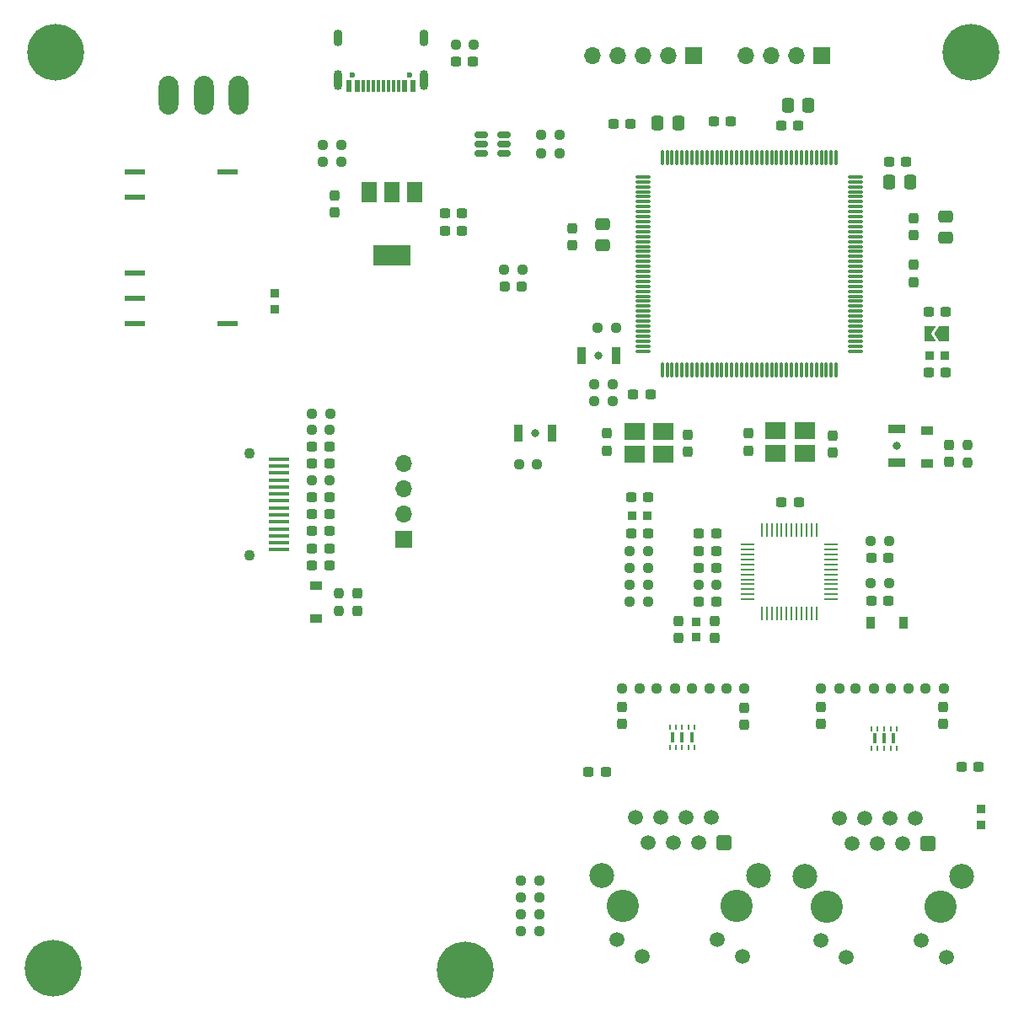
<source format=gbr>
%TF.GenerationSoftware,KiCad,Pcbnew,(6.0.11)*%
%TF.CreationDate,2023-05-21T23:05:42+09:00*%
%TF.ProjectId,STM32F4_Ethernet,53544d33-3246-4345-9f45-746865726e65,rev?*%
%TF.SameCoordinates,Original*%
%TF.FileFunction,Soldermask,Top*%
%TF.FilePolarity,Negative*%
%FSLAX46Y46*%
G04 Gerber Fmt 4.6, Leading zero omitted, Abs format (unit mm)*
G04 Created by KiCad (PCBNEW (6.0.11)) date 2023-05-21 23:05:42*
%MOMM*%
%LPD*%
G01*
G04 APERTURE LIST*
G04 Aperture macros list*
%AMRoundRect*
0 Rectangle with rounded corners*
0 $1 Rounding radius*
0 $2 $3 $4 $5 $6 $7 $8 $9 X,Y pos of 4 corners*
0 Add a 4 corners polygon primitive as box body*
4,1,4,$2,$3,$4,$5,$6,$7,$8,$9,$2,$3,0*
0 Add four circle primitives for the rounded corners*
1,1,$1+$1,$2,$3*
1,1,$1+$1,$4,$5*
1,1,$1+$1,$6,$7*
1,1,$1+$1,$8,$9*
0 Add four rect primitives between the rounded corners*
20,1,$1+$1,$2,$3,$4,$5,0*
20,1,$1+$1,$4,$5,$6,$7,0*
20,1,$1+$1,$6,$7,$8,$9,0*
20,1,$1+$1,$8,$9,$2,$3,0*%
%AMFreePoly0*
4,1,6,1.000000,0.000000,0.500000,-0.750000,-0.500000,-0.750000,-0.500000,0.750000,0.500000,0.750000,1.000000,0.000000,1.000000,0.000000,$1*%
%AMFreePoly1*
4,1,6,0.500000,-0.750000,-0.650000,-0.750000,-0.150000,0.000000,-0.650000,0.750000,0.500000,0.750000,0.500000,-0.750000,0.500000,-0.750000,$1*%
G04 Aperture macros list end*
%ADD10RoundRect,0.237500X-0.250000X-0.237500X0.250000X-0.237500X0.250000X0.237500X-0.250000X0.237500X0*%
%ADD11RoundRect,0.250000X0.475000X-0.337500X0.475000X0.337500X-0.475000X0.337500X-0.475000X-0.337500X0*%
%ADD12RoundRect,0.237500X0.237500X-0.250000X0.237500X0.250000X-0.237500X0.250000X-0.237500X-0.250000X0*%
%ADD13RoundRect,0.237500X-0.237500X0.300000X-0.237500X-0.300000X0.237500X-0.300000X0.237500X0.300000X0*%
%ADD14C,5.700000*%
%ADD15RoundRect,0.237500X0.250000X0.237500X-0.250000X0.237500X-0.250000X-0.237500X0.250000X-0.237500X0*%
%ADD16RoundRect,0.150000X0.512500X0.150000X-0.512500X0.150000X-0.512500X-0.150000X0.512500X-0.150000X0*%
%ADD17RoundRect,0.237500X0.237500X-0.300000X0.237500X0.300000X-0.237500X0.300000X-0.237500X-0.300000X0*%
%ADD18RoundRect,0.237500X0.300000X0.237500X-0.300000X0.237500X-0.300000X-0.237500X0.300000X-0.237500X0*%
%ADD19R,1.200000X0.900000*%
%ADD20RoundRect,0.237500X-0.300000X-0.237500X0.300000X-0.237500X0.300000X0.237500X-0.300000X0.237500X0*%
%ADD21R,1.500000X2.000000*%
%ADD22R,3.800000X2.000000*%
%ADD23RoundRect,0.250000X-0.337500X-0.475000X0.337500X-0.475000X0.337500X0.475000X-0.337500X0.475000X0*%
%ADD24RoundRect,0.075000X0.075000X-0.662500X0.075000X0.662500X-0.075000X0.662500X-0.075000X-0.662500X0*%
%ADD25RoundRect,0.075000X0.662500X-0.075000X0.662500X0.075000X-0.662500X0.075000X-0.662500X-0.075000X0*%
%ADD26R,0.254000X1.422400*%
%ADD27R,1.422400X0.254000*%
%ADD28RoundRect,0.237500X-0.237500X0.250000X-0.237500X-0.250000X0.237500X-0.250000X0.237500X0.250000X0*%
%ADD29C,0.800000*%
%ADD30R,1.700000X0.900000*%
%ADD31R,0.970000X0.900000*%
%ADD32R,0.900000X1.700000*%
%ADD33R,0.900000X0.970000*%
%ADD34C,1.100000*%
%ADD35R,2.000000X0.350000*%
%ADD36R,1.700000X1.700000*%
%ADD37O,1.700000X1.700000*%
%ADD38R,2.159000X0.609600*%
%ADD39R,0.250000X0.580000*%
%ADD40R,0.400000X1.000000*%
%ADD41RoundRect,0.237500X0.287500X0.237500X-0.287500X0.237500X-0.287500X-0.237500X0.287500X-0.237500X0*%
%ADD42O,1.950000X3.900000*%
%ADD43RoundRect,0.250000X0.337500X0.475000X-0.337500X0.475000X-0.337500X-0.475000X0.337500X-0.475000X0*%
%ADD44FreePoly0,180.000000*%
%ADD45FreePoly1,180.000000*%
%ADD46C,0.600000*%
%ADD47R,0.600000X1.160000*%
%ADD48R,0.300000X1.160000*%
%ADD49O,0.900000X2.000000*%
%ADD50O,0.900000X1.700000*%
%ADD51R,0.900000X1.200000*%
%ADD52RoundRect,0.250000X-0.475000X0.337500X-0.475000X-0.337500X0.475000X-0.337500X0.475000X0.337500X0*%
%ADD53R,2.100000X1.800000*%
%ADD54C,3.250000*%
%ADD55RoundRect,0.250500X0.499500X0.499500X-0.499500X0.499500X-0.499500X-0.499500X0.499500X-0.499500X0*%
%ADD56C,1.500000*%
%ADD57C,2.500000*%
G04 APERTURE END LIST*
D10*
%TO.C,R17*%
X127387500Y-127900000D03*
X129212500Y-127900000D03*
%TD*%
D11*
%TO.C,C20*%
X95000000Y-83337500D03*
X95000000Y-81262500D03*
%TD*%
D12*
%TO.C,R26*%
X68500000Y-120120000D03*
X68500000Y-118295000D03*
%TD*%
D13*
%TO.C,C53*%
X68000000Y-78337500D03*
X68000000Y-80062500D03*
%TD*%
D14*
%TO.C,H4*%
X81200000Y-156200000D03*
%TD*%
D15*
%TO.C,R7*%
X88587500Y-148900000D03*
X86762500Y-148900000D03*
%TD*%
D16*
%TO.C,U4*%
X85037500Y-74150000D03*
X85037500Y-73200000D03*
X85037500Y-72250000D03*
X82762500Y-72250000D03*
X82762500Y-73200000D03*
X82762500Y-74150000D03*
%TD*%
D15*
%TO.C,R23*%
X99512500Y-119200000D03*
X97687500Y-119200000D03*
%TD*%
%TO.C,R29*%
X67575000Y-100295000D03*
X65750000Y-100295000D03*
%TD*%
D17*
%TO.C,C25*%
X129800000Y-105150000D03*
X129800000Y-103425000D03*
%TD*%
D18*
%TO.C,C41*%
X99562500Y-112300000D03*
X97837500Y-112300000D03*
%TD*%
D19*
%TO.C,D6*%
X66200000Y-120857500D03*
X66200000Y-117557500D03*
%TD*%
D20*
%TO.C,C13*%
X112900000Y-71300000D03*
X114625000Y-71300000D03*
%TD*%
D21*
%TO.C,U6*%
X76100000Y-78050000D03*
X73800000Y-78050000D03*
D22*
X73800000Y-84350000D03*
D21*
X71500000Y-78050000D03*
%TD*%
D10*
%TO.C,R13*%
X107400000Y-127900000D03*
X109225000Y-127900000D03*
%TD*%
D20*
%TO.C,C33*%
X121937500Y-119100000D03*
X123662500Y-119100000D03*
%TD*%
D23*
%TO.C,C21*%
X113550000Y-69300000D03*
X115625000Y-69300000D03*
%TD*%
D10*
%TO.C,R14*%
X103900000Y-127900000D03*
X105725000Y-127900000D03*
%TD*%
D15*
%TO.C,R24*%
X106412500Y-117479000D03*
X104587500Y-117479000D03*
%TD*%
D10*
%TO.C,R19*%
X120387500Y-127900000D03*
X122212500Y-127900000D03*
%TD*%
D24*
%TO.C,U2*%
X100940000Y-95892500D03*
X101440000Y-95892500D03*
X101940000Y-95892500D03*
X102440000Y-95892500D03*
X102940000Y-95892500D03*
X103440000Y-95892500D03*
X103940000Y-95892500D03*
X104440000Y-95892500D03*
X104940000Y-95892500D03*
X105440000Y-95892500D03*
X105940000Y-95892500D03*
X106440000Y-95892500D03*
X106940000Y-95892500D03*
X107440000Y-95892500D03*
X107940000Y-95892500D03*
X108440000Y-95892500D03*
X108940000Y-95892500D03*
X109440000Y-95892500D03*
X109940000Y-95892500D03*
X110440000Y-95892500D03*
X110940000Y-95892500D03*
X111440000Y-95892500D03*
X111940000Y-95892500D03*
X112440000Y-95892500D03*
X112940000Y-95892500D03*
X113440000Y-95892500D03*
X113940000Y-95892500D03*
X114440000Y-95892500D03*
X114940000Y-95892500D03*
X115440000Y-95892500D03*
X115940000Y-95892500D03*
X116440000Y-95892500D03*
X116940000Y-95892500D03*
X117440000Y-95892500D03*
X117940000Y-95892500D03*
X118440000Y-95892500D03*
D25*
X120352500Y-93980000D03*
X120352500Y-93480000D03*
X120352500Y-92980000D03*
X120352500Y-92480000D03*
X120352500Y-91980000D03*
X120352500Y-91480000D03*
X120352500Y-90980000D03*
X120352500Y-90480000D03*
X120352500Y-89980000D03*
X120352500Y-89480000D03*
X120352500Y-88980000D03*
X120352500Y-88480000D03*
X120352500Y-87980000D03*
X120352500Y-87480000D03*
X120352500Y-86980000D03*
X120352500Y-86480000D03*
X120352500Y-85980000D03*
X120352500Y-85480000D03*
X120352500Y-84980000D03*
X120352500Y-84480000D03*
X120352500Y-83980000D03*
X120352500Y-83480000D03*
X120352500Y-82980000D03*
X120352500Y-82480000D03*
X120352500Y-81980000D03*
X120352500Y-81480000D03*
X120352500Y-80980000D03*
X120352500Y-80480000D03*
X120352500Y-79980000D03*
X120352500Y-79480000D03*
X120352500Y-78980000D03*
X120352500Y-78480000D03*
X120352500Y-77980000D03*
X120352500Y-77480000D03*
X120352500Y-76980000D03*
X120352500Y-76480000D03*
D24*
X118440000Y-74567500D03*
X117940000Y-74567500D03*
X117440000Y-74567500D03*
X116940000Y-74567500D03*
X116440000Y-74567500D03*
X115940000Y-74567500D03*
X115440000Y-74567500D03*
X114940000Y-74567500D03*
X114440000Y-74567500D03*
X113940000Y-74567500D03*
X113440000Y-74567500D03*
X112940000Y-74567500D03*
X112440000Y-74567500D03*
X111940000Y-74567500D03*
X111440000Y-74567500D03*
X110940000Y-74567500D03*
X110440000Y-74567500D03*
X109940000Y-74567500D03*
X109440000Y-74567500D03*
X108940000Y-74567500D03*
X108440000Y-74567500D03*
X107940000Y-74567500D03*
X107440000Y-74567500D03*
X106940000Y-74567500D03*
X106440000Y-74567500D03*
X105940000Y-74567500D03*
X105440000Y-74567500D03*
X104940000Y-74567500D03*
X104440000Y-74567500D03*
X103940000Y-74567500D03*
X103440000Y-74567500D03*
X102940000Y-74567500D03*
X102440000Y-74567500D03*
X101940000Y-74567500D03*
X101440000Y-74567500D03*
X100940000Y-74567500D03*
D25*
X99027500Y-76480000D03*
X99027500Y-76980000D03*
X99027500Y-77480000D03*
X99027500Y-77980000D03*
X99027500Y-78480000D03*
X99027500Y-78980000D03*
X99027500Y-79480000D03*
X99027500Y-79980000D03*
X99027500Y-80480000D03*
X99027500Y-80980000D03*
X99027500Y-81480000D03*
X99027500Y-81980000D03*
X99027500Y-82480000D03*
X99027500Y-82980000D03*
X99027500Y-83480000D03*
X99027500Y-83980000D03*
X99027500Y-84480000D03*
X99027500Y-84980000D03*
X99027500Y-85480000D03*
X99027500Y-85980000D03*
X99027500Y-86480000D03*
X99027500Y-86980000D03*
X99027500Y-87480000D03*
X99027500Y-87980000D03*
X99027500Y-88480000D03*
X99027500Y-88980000D03*
X99027500Y-89480000D03*
X99027500Y-89980000D03*
X99027500Y-90480000D03*
X99027500Y-90980000D03*
X99027500Y-91480000D03*
X99027500Y-91980000D03*
X99027500Y-92480000D03*
X99027500Y-92980000D03*
X99027500Y-93480000D03*
X99027500Y-93980000D03*
%TD*%
D15*
%TO.C,R34*%
X90612500Y-74100000D03*
X88787500Y-74100000D03*
%TD*%
D13*
%TO.C,C3*%
X126200000Y-80600000D03*
X126200000Y-82325000D03*
%TD*%
D26*
%TO.C,U3*%
X110960300Y-120366000D03*
X111442900Y-120366000D03*
X111950900Y-120366000D03*
X112458900Y-120366000D03*
X112941500Y-120366000D03*
X113449500Y-120366000D03*
X113957500Y-120366000D03*
X114465500Y-120366000D03*
X114948100Y-120366000D03*
X115456100Y-120366000D03*
X115964100Y-120366000D03*
X116446700Y-120366000D03*
D27*
X117894500Y-118918200D03*
X117894500Y-118435600D03*
X117894500Y-117927600D03*
X117894500Y-117419600D03*
X117894500Y-116937000D03*
X117894500Y-116429000D03*
X117894500Y-115921000D03*
X117894500Y-115413000D03*
X117894500Y-114930400D03*
X117894500Y-114422400D03*
X117894500Y-113914400D03*
X117894500Y-113431800D03*
D26*
X116446700Y-111984000D03*
X115964100Y-111984000D03*
X115456100Y-111984000D03*
X114948100Y-111984000D03*
X114465500Y-111984000D03*
X113957500Y-111984000D03*
X113449500Y-111984000D03*
X112941500Y-111984000D03*
X112458900Y-111984000D03*
X111950900Y-111984000D03*
X111442900Y-111984000D03*
X110960300Y-111984000D03*
D27*
X109512500Y-113431800D03*
X109512500Y-113914400D03*
X109512500Y-114422400D03*
X109512500Y-114930400D03*
X109512500Y-115413000D03*
X109512500Y-115921000D03*
X109512500Y-116429000D03*
X109512500Y-116937000D03*
X109512500Y-117419600D03*
X109512500Y-117927600D03*
X109512500Y-118435600D03*
X109512500Y-118918200D03*
%TD*%
D17*
%TO.C,C16*%
X91900000Y-83362500D03*
X91900000Y-81637500D03*
%TD*%
D10*
%TO.C,R1*%
X86550000Y-105362500D03*
X88375000Y-105362500D03*
%TD*%
D20*
%TO.C,C18*%
X106100000Y-70900000D03*
X107825000Y-70900000D03*
%TD*%
D28*
%TO.C,R4*%
X131600000Y-103375000D03*
X131600000Y-105200000D03*
%TD*%
D29*
%TO.C,SW3*%
X124500000Y-103487500D03*
D30*
X124500000Y-105187500D03*
X124500000Y-101787500D03*
%TD*%
D10*
%TO.C,R16*%
X96900000Y-127900000D03*
X98725000Y-127900000D03*
%TD*%
D20*
%TO.C,C50*%
X65787500Y-103595000D03*
X67512500Y-103595000D03*
%TD*%
D18*
%TO.C,C52*%
X81962500Y-64900000D03*
X80237500Y-64900000D03*
%TD*%
D20*
%TO.C,C45*%
X65787500Y-108695000D03*
X67512500Y-108695000D03*
%TD*%
D14*
%TO.C,H2*%
X132000000Y-64000000D03*
%TD*%
D31*
%TO.C,FB3*%
X104400000Y-122747500D03*
X104400000Y-121177500D03*
%TD*%
D15*
%TO.C,R10*%
X88587500Y-150600000D03*
X86762500Y-150600000D03*
%TD*%
D29*
%TO.C,SW2*%
X94575000Y-94450000D03*
D32*
X96275000Y-94450000D03*
X92875000Y-94450000D03*
%TD*%
D13*
%TO.C,C40*%
X106200000Y-121100000D03*
X106200000Y-122825000D03*
%TD*%
D10*
%TO.C,R5*%
X94125000Y-99050000D03*
X95950000Y-99050000D03*
%TD*%
D18*
%TO.C,C47*%
X67512500Y-110395000D03*
X65787500Y-110395000D03*
%TD*%
D13*
%TO.C,C30*%
X96900000Y-129737500D03*
X96900000Y-131462500D03*
%TD*%
D18*
%TO.C,C46*%
X67512500Y-112095000D03*
X65787500Y-112095000D03*
%TD*%
D33*
%TO.C,FB1*%
X127777500Y-94400000D03*
X129347500Y-94400000D03*
%TD*%
D31*
%TO.C,FB5*%
X62000000Y-88215000D03*
X62000000Y-89785000D03*
%TD*%
D10*
%TO.C,R25*%
X121887500Y-113079000D03*
X123712500Y-113079000D03*
%TD*%
D34*
%TO.C,J5*%
X59450000Y-114495000D03*
X59450000Y-104295000D03*
D35*
X62450000Y-113945000D03*
X62450000Y-113245000D03*
X62450000Y-112545000D03*
X62450000Y-111845000D03*
X62450000Y-111145000D03*
X62450000Y-110445000D03*
X62450000Y-109745000D03*
X62450000Y-109045000D03*
X62450000Y-108345000D03*
X62450000Y-107645000D03*
X62450000Y-106945000D03*
X62450000Y-106245000D03*
X62450000Y-105545000D03*
X62450000Y-104845000D03*
%TD*%
D36*
%TO.C,J1*%
X117000000Y-64300000D03*
D37*
X114460000Y-64300000D03*
X111920000Y-64300000D03*
X109380000Y-64300000D03*
%TD*%
D17*
%TO.C,C4*%
X109572500Y-103970000D03*
X109572500Y-102245000D03*
%TD*%
D10*
%TO.C,R18*%
X123887500Y-127900000D03*
X125712500Y-127900000D03*
%TD*%
D18*
%TO.C,C42*%
X106362500Y-119200000D03*
X104637500Y-119200000D03*
%TD*%
%TO.C,C26*%
X129450000Y-90000000D03*
X127725000Y-90000000D03*
%TD*%
D20*
%TO.C,C55*%
X79137500Y-80100000D03*
X80862500Y-80100000D03*
%TD*%
D38*
%TO.C,U5*%
X48000000Y-76000000D03*
X48000000Y-78540000D03*
X48000000Y-86160000D03*
X48000000Y-88700000D03*
X48000000Y-91240000D03*
X57245600Y-91240000D03*
X57245600Y-76000000D03*
%TD*%
D20*
%TO.C,C48*%
X65787500Y-105295000D03*
X67512500Y-105295000D03*
%TD*%
%TO.C,C35*%
X97837500Y-108700000D03*
X99562500Y-108700000D03*
%TD*%
D23*
%TO.C,C22*%
X100500000Y-71100000D03*
X102575000Y-71100000D03*
%TD*%
D10*
%TO.C,R32*%
X66887500Y-73300000D03*
X68712500Y-73300000D03*
%TD*%
D39*
%TO.C,D4*%
X124500000Y-131920000D03*
X123900000Y-131920000D03*
X123250000Y-131920000D03*
X122600000Y-131920000D03*
X122000000Y-131920000D03*
X122000000Y-133900000D03*
X122600000Y-133900000D03*
X123250000Y-133900000D03*
X123900000Y-133900000D03*
X124500000Y-133900000D03*
D40*
X124200000Y-132910000D03*
X123250000Y-132910000D03*
X122300000Y-132910000D03*
%TD*%
D15*
%TO.C,R9*%
X88612500Y-152300000D03*
X86787500Y-152300000D03*
%TD*%
%TO.C,R28*%
X67562500Y-101895000D03*
X65737500Y-101895000D03*
%TD*%
D10*
%TO.C,R20*%
X116887500Y-127900000D03*
X118712500Y-127900000D03*
%TD*%
D31*
%TO.C,FB2*%
X133000000Y-141570000D03*
X133000000Y-140000000D03*
%TD*%
D13*
%TO.C,C32*%
X116900000Y-129737500D03*
X116900000Y-131462500D03*
%TD*%
D20*
%TO.C,C36*%
X121937500Y-114800000D03*
X123662500Y-114800000D03*
%TD*%
D10*
%TO.C,R15*%
X100400000Y-127900000D03*
X102225000Y-127900000D03*
%TD*%
D18*
%TO.C,C49*%
X67512500Y-113795000D03*
X65787500Y-113795000D03*
%TD*%
D20*
%TO.C,C24*%
X127700000Y-96100000D03*
X129425000Y-96100000D03*
%TD*%
D15*
%TO.C,R31*%
X68712500Y-75000000D03*
X66887500Y-75000000D03*
%TD*%
D41*
%TO.C,D1*%
X86850000Y-87500000D03*
X85100000Y-87500000D03*
%TD*%
D18*
%TO.C,C27*%
X132762500Y-135800000D03*
X131037500Y-135800000D03*
%TD*%
D15*
%TO.C,R30*%
X82012500Y-63200000D03*
X80187500Y-63200000D03*
%TD*%
D10*
%TO.C,R11*%
X97687500Y-115800000D03*
X99512500Y-115800000D03*
%TD*%
D17*
%TO.C,C6*%
X95348750Y-103983750D03*
X95348750Y-102258750D03*
%TD*%
D14*
%TO.C,H1*%
X40000000Y-64000000D03*
%TD*%
D13*
%TO.C,C7*%
X103548750Y-102358750D03*
X103548750Y-104083750D03*
%TD*%
D33*
%TO.C,FB4*%
X97915000Y-110500000D03*
X99485000Y-110500000D03*
%TD*%
D18*
%TO.C,C38*%
X106362500Y-112300000D03*
X104637500Y-112300000D03*
%TD*%
D13*
%TO.C,C2*%
X126200000Y-85337500D03*
X126200000Y-87062500D03*
%TD*%
D42*
%TO.C,U7*%
X58397180Y-68242913D03*
X54897181Y-68242913D03*
X51397180Y-68242913D03*
%TD*%
D18*
%TO.C,C51*%
X67512500Y-115495000D03*
X65787500Y-115495000D03*
%TD*%
D15*
%TO.C,R6*%
X95950000Y-97350000D03*
X94125000Y-97350000D03*
%TD*%
D20*
%TO.C,C14*%
X123737500Y-75000000D03*
X125462500Y-75000000D03*
%TD*%
D14*
%TO.C,H3*%
X39725000Y-156000000D03*
%TD*%
D17*
%TO.C,C34*%
X102600000Y-122825000D03*
X102600000Y-121100000D03*
%TD*%
D43*
%TO.C,C23*%
X125837500Y-76960000D03*
X123762500Y-76960000D03*
%TD*%
D20*
%TO.C,C17*%
X98050000Y-98300000D03*
X99775000Y-98300000D03*
%TD*%
D13*
%TO.C,C31*%
X129200000Y-129737500D03*
X129200000Y-131462500D03*
%TD*%
D39*
%TO.C,D3*%
X104200000Y-131820000D03*
X103600000Y-131820000D03*
X102950000Y-131820000D03*
X102300000Y-131820000D03*
X101700000Y-131820000D03*
X101700000Y-133800000D03*
X102300000Y-133800000D03*
X102950000Y-133800000D03*
X103600000Y-133800000D03*
X104200000Y-133800000D03*
D40*
X103900000Y-132810000D03*
X102950000Y-132810000D03*
X102000000Y-132810000D03*
%TD*%
D15*
%TO.C,R27*%
X67562500Y-106995000D03*
X65737500Y-106995000D03*
%TD*%
%TO.C,R33*%
X90612500Y-72300000D03*
X88787500Y-72300000D03*
%TD*%
%TO.C,R21*%
X123712500Y-117300000D03*
X121887500Y-117300000D03*
%TD*%
%TO.C,R2*%
X86912500Y-85800000D03*
X85087500Y-85800000D03*
%TD*%
D36*
%TO.C,J6*%
X74950000Y-112895000D03*
D37*
X74950000Y-110355000D03*
X74950000Y-107815000D03*
X74950000Y-105275000D03*
%TD*%
D44*
%TO.C,JP1*%
X129287500Y-92200000D03*
D45*
X127837500Y-92200000D03*
%TD*%
D20*
%TO.C,C28*%
X93537500Y-136300000D03*
X95262500Y-136300000D03*
%TD*%
%TO.C,C54*%
X79137500Y-81900000D03*
X80862500Y-81900000D03*
%TD*%
D46*
%TO.C,J7*%
X69810000Y-66250000D03*
X75590000Y-66250000D03*
D47*
X75900000Y-67310000D03*
X75100000Y-67310000D03*
D48*
X73950000Y-67310000D03*
X72950000Y-67310000D03*
X72450000Y-67310000D03*
X71450000Y-67310000D03*
D47*
X70300000Y-67310000D03*
X69500000Y-67310000D03*
X69500000Y-67310000D03*
X70300000Y-67310000D03*
D48*
X70950000Y-67310000D03*
X71950000Y-67310000D03*
X73450000Y-67310000D03*
X74450000Y-67310000D03*
D47*
X75100000Y-67310000D03*
X75900000Y-67310000D03*
D49*
X77020000Y-66730000D03*
D50*
X77020000Y-62560000D03*
D49*
X68380000Y-66730000D03*
D50*
X68380000Y-62560000D03*
%TD*%
D13*
%TO.C,C5*%
X118072500Y-102462500D03*
X118072500Y-104187500D03*
%TD*%
D51*
%TO.C,D5*%
X125150000Y-121300000D03*
X121850000Y-121300000D03*
%TD*%
D52*
%TO.C,C19*%
X129450000Y-80512500D03*
X129450000Y-82587500D03*
%TD*%
D53*
%TO.C,Y2*%
X98168750Y-104361250D03*
X101068750Y-104361250D03*
X101068750Y-102061250D03*
X98168750Y-102061250D03*
%TD*%
D20*
%TO.C,C10*%
X96037500Y-71200000D03*
X97762500Y-71200000D03*
%TD*%
D18*
%TO.C,C43*%
X106362500Y-115800000D03*
X104637500Y-115800000D03*
%TD*%
D10*
%TO.C,R12*%
X97687500Y-117500000D03*
X99512500Y-117500000D03*
%TD*%
%TO.C,R22*%
X97687500Y-114100000D03*
X99512500Y-114100000D03*
%TD*%
D53*
%TO.C,Y1*%
X112352500Y-104257500D03*
X115252500Y-104257500D03*
X115252500Y-101957500D03*
X112352500Y-101957500D03*
%TD*%
D13*
%TO.C,C29*%
X109200000Y-129837500D03*
X109200000Y-131562500D03*
%TD*%
D19*
%TO.C,D2*%
X127600000Y-101937500D03*
X127600000Y-105237500D03*
%TD*%
D29*
%TO.C,SW1*%
X88192500Y-102192500D03*
D32*
X86492500Y-102192500D03*
X89892500Y-102192500D03*
%TD*%
D13*
%TO.C,C44*%
X70300000Y-118345000D03*
X70300000Y-120070000D03*
%TD*%
D20*
%TO.C,C37*%
X112950000Y-109180000D03*
X114675000Y-109180000D03*
%TD*%
D15*
%TO.C,R8*%
X88600000Y-147200000D03*
X86775000Y-147200000D03*
%TD*%
D18*
%TO.C,C39*%
X106362500Y-114050000D03*
X104637500Y-114050000D03*
%TD*%
D15*
%TO.C,R3*%
X96287500Y-91650000D03*
X94462500Y-91650000D03*
%TD*%
D36*
%TO.C,J2*%
X104075000Y-64300000D03*
D37*
X101535000Y-64300000D03*
X98995000Y-64300000D03*
X96455000Y-64300000D03*
X93915000Y-64300000D03*
%TD*%
D54*
%TO.C,J3*%
X108440000Y-149750000D03*
X97010000Y-149750000D03*
D55*
X107170000Y-143400000D03*
D56*
X105900000Y-140860000D03*
X104630000Y-143400000D03*
X103360000Y-140860000D03*
X102090000Y-143400000D03*
X100820000Y-140860000D03*
X99550000Y-143400000D03*
X98280000Y-140860000D03*
X109050000Y-154830000D03*
X106510000Y-153130000D03*
X98940000Y-154830000D03*
X96400000Y-153130000D03*
D57*
X94850000Y-146700000D03*
X110600000Y-146700000D03*
%TD*%
D54*
%TO.C,J4*%
X128900000Y-149800000D03*
X117470000Y-149800000D03*
D55*
X127630000Y-143450000D03*
D56*
X126360000Y-140910000D03*
X125090000Y-143450000D03*
X123820000Y-140910000D03*
X122550000Y-143450000D03*
X121280000Y-140910000D03*
X120010000Y-143450000D03*
X118740000Y-140910000D03*
X129510000Y-154880000D03*
X126970000Y-153180000D03*
X119400000Y-154880000D03*
X116860000Y-153180000D03*
D57*
X115310000Y-146750000D03*
X131060000Y-146750000D03*
%TD*%
M02*

</source>
